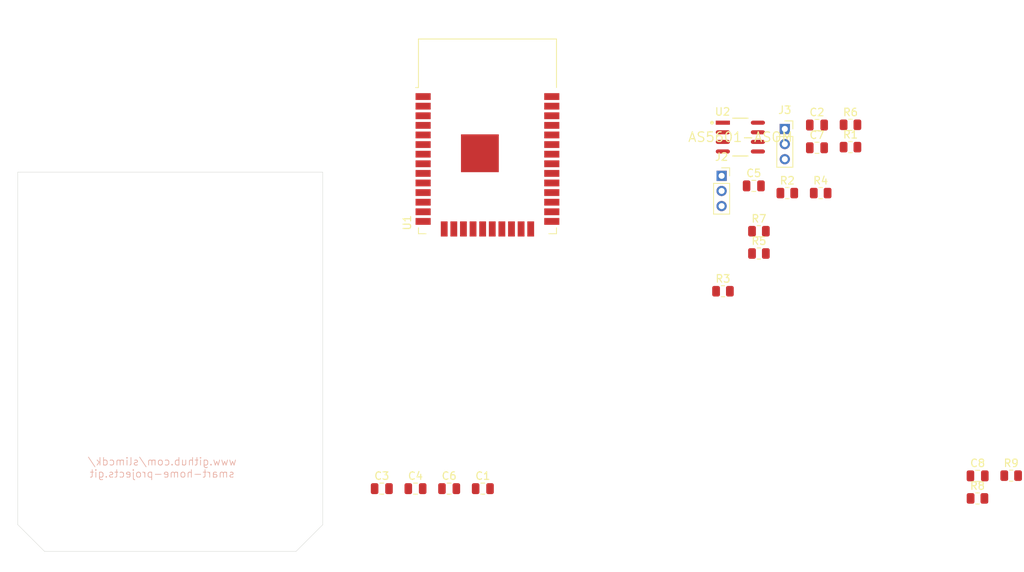
<source format=kicad_pcb>
(kicad_pcb (version 20171130) (host pcbnew 5.1.9-73d0e3b20d~88~ubuntu20.10.1)

  (general
    (thickness 1.6)
    (drawings 7)
    (tracks 0)
    (zones 0)
    (modules 21)
    (nets 57)
  )

  (page A4)
  (layers
    (0 F.Cu signal)
    (31 B.Cu signal)
    (32 B.Adhes user)
    (33 F.Adhes user)
    (34 B.Paste user)
    (35 F.Paste user)
    (36 B.SilkS user)
    (37 F.SilkS user)
    (38 B.Mask user)
    (39 F.Mask user hide)
    (40 Dwgs.User user)
    (41 Cmts.User user)
    (42 Eco1.User user)
    (43 Eco2.User user)
    (44 Edge.Cuts user)
    (45 Margin user)
    (46 B.CrtYd user)
    (47 F.CrtYd user)
    (48 B.Fab user hide)
    (49 F.Fab user hide)
  )

  (setup
    (last_trace_width 0.25)
    (user_trace_width 0.5)
    (user_trace_width 1)
    (trace_clearance 0.2)
    (zone_clearance 0.508)
    (zone_45_only no)
    (trace_min 0.2)
    (via_size 0.8)
    (via_drill 0.4)
    (via_min_size 0.4)
    (via_min_drill 0.3)
    (uvia_size 0.3)
    (uvia_drill 0.1)
    (uvias_allowed no)
    (uvia_min_size 0.2)
    (uvia_min_drill 0.1)
    (edge_width 0.05)
    (segment_width 0.2)
    (pcb_text_width 0.3)
    (pcb_text_size 1.5 1.5)
    (mod_edge_width 0.12)
    (mod_text_size 1 1)
    (mod_text_width 0.15)
    (pad_size 1.524 1.524)
    (pad_drill 0.762)
    (pad_to_mask_clearance 0.051)
    (solder_mask_min_width 0.25)
    (aux_axis_origin 0 0)
    (grid_origin 60.825 52.325)
    (visible_elements FFFFFF7F)
    (pcbplotparams
      (layerselection 0x010fc_ffffffff)
      (usegerberextensions false)
      (usegerberattributes false)
      (usegerberadvancedattributes false)
      (creategerberjobfile false)
      (excludeedgelayer true)
      (linewidth 0.100000)
      (plotframeref false)
      (viasonmask false)
      (mode 1)
      (useauxorigin false)
      (hpglpennumber 1)
      (hpglpenspeed 20)
      (hpglpendiameter 15.000000)
      (psnegative false)
      (psa4output false)
      (plotreference true)
      (plotvalue true)
      (plotinvisibletext false)
      (padsonsilk false)
      (subtractmaskfromsilk false)
      (outputformat 1)
      (mirror false)
      (drillshape 1)
      (scaleselection 1)
      (outputdirectory ""))
  )

  (net 0 "")
  (net 1 GND)
  (net 2 +3V3)
  (net 3 /I2C_SDA)
  (net 4 "Net-(R5-Pad1)")
  (net 5 /I2C_SCL)
  (net 6 "Net-(U2-Pad3)")
  (net 7 "Net-(C3-Pad1)")
  (net 8 VBUS)
  (net 9 "Net-(C3-Pad2)")
  (net 10 "Net-(C4-Pad2)")
  (net 11 "Net-(C4-Pad1)")
  (net 12 /CONN_AUX1)
  (net 13 /CONN_AUX2)
  (net 14 "Net-(R1-Pad1)")
  (net 15 "Net-(R3-Pad1)")
  (net 16 "Net-(R7-Pad1)")
  (net 17 "Net-(U1-Pad16)")
  (net 18 "Net-(U1-Pad17)")
  (net 19 "Net-(U1-Pad18)")
  (net 20 "Net-(U1-Pad19)")
  (net 21 "Net-(U1-Pad20)")
  (net 22 "Net-(U1-Pad21)")
  (net 23 "Net-(U1-Pad22)")
  (net 24 "Net-(U1-Pad23)")
  (net 25 "Net-(U1-Pad24)")
  (net 26 "Net-(U1-Pad3)")
  (net 27 "Net-(U1-Pad4)")
  (net 28 "Net-(U1-Pad5)")
  (net 29 "Net-(U1-Pad6)")
  (net 30 "Net-(U1-Pad7)")
  (net 31 "Net-(U1-Pad8)")
  (net 32 "Net-(U1-Pad9)")
  (net 33 "Net-(U1-Pad10)")
  (net 34 "Net-(U1-Pad11)")
  (net 35 "Net-(U1-Pad12)")
  (net 36 "Net-(U1-Pad13)")
  (net 37 "Net-(U1-Pad14)")
  (net 38 "Net-(U1-Pad37)")
  (net 39 "Net-(U1-Pad36)")
  (net 40 "Net-(U1-Pad35)")
  (net 41 "Net-(U1-Pad34)")
  (net 42 "Net-(U1-Pad33)")
  (net 43 "Net-(U1-Pad32)")
  (net 44 "Net-(U1-Pad31)")
  (net 45 "Net-(U1-Pad30)")
  (net 46 "Net-(U1-Pad29)")
  (net 47 "Net-(U1-Pad28)")
  (net 48 "Net-(U1-Pad27)")
  (net 49 "Net-(U1-Pad25)")
  (net 50 /AS5601_ABI_B)
  (net 51 /AS5601_ABI_A)
  (net 52 "Net-(R8-Pad1)")
  (net 53 "Net-(R9-Pad1)")
  (net 54 "Net-(U1-Pad1)")
  (net 55 "Net-(U1-Pad26)")
  (net 56 "Net-(U1-Pad2)")

  (net_class Default "This is the default net class."
    (clearance 0.2)
    (trace_width 0.25)
    (via_dia 0.8)
    (via_drill 0.4)
    (uvia_dia 0.3)
    (uvia_drill 0.1)
    (add_net +3V3)
    (add_net /AS5601_ABI_A)
    (add_net /AS5601_ABI_B)
    (add_net /CONN_AUX1)
    (add_net /CONN_AUX2)
    (add_net /I2C_SCL)
    (add_net /I2C_SDA)
    (add_net GND)
    (add_net "Net-(C3-Pad1)")
    (add_net "Net-(C3-Pad2)")
    (add_net "Net-(C4-Pad1)")
    (add_net "Net-(C4-Pad2)")
    (add_net "Net-(R1-Pad1)")
    (add_net "Net-(R3-Pad1)")
    (add_net "Net-(R5-Pad1)")
    (add_net "Net-(R7-Pad1)")
    (add_net "Net-(R8-Pad1)")
    (add_net "Net-(R9-Pad1)")
    (add_net "Net-(U1-Pad1)")
    (add_net "Net-(U1-Pad10)")
    (add_net "Net-(U1-Pad11)")
    (add_net "Net-(U1-Pad12)")
    (add_net "Net-(U1-Pad13)")
    (add_net "Net-(U1-Pad14)")
    (add_net "Net-(U1-Pad16)")
    (add_net "Net-(U1-Pad17)")
    (add_net "Net-(U1-Pad18)")
    (add_net "Net-(U1-Pad19)")
    (add_net "Net-(U1-Pad2)")
    (add_net "Net-(U1-Pad20)")
    (add_net "Net-(U1-Pad21)")
    (add_net "Net-(U1-Pad22)")
    (add_net "Net-(U1-Pad23)")
    (add_net "Net-(U1-Pad24)")
    (add_net "Net-(U1-Pad25)")
    (add_net "Net-(U1-Pad26)")
    (add_net "Net-(U1-Pad27)")
    (add_net "Net-(U1-Pad28)")
    (add_net "Net-(U1-Pad29)")
    (add_net "Net-(U1-Pad3)")
    (add_net "Net-(U1-Pad30)")
    (add_net "Net-(U1-Pad31)")
    (add_net "Net-(U1-Pad32)")
    (add_net "Net-(U1-Pad33)")
    (add_net "Net-(U1-Pad34)")
    (add_net "Net-(U1-Pad35)")
    (add_net "Net-(U1-Pad36)")
    (add_net "Net-(U1-Pad37)")
    (add_net "Net-(U1-Pad4)")
    (add_net "Net-(U1-Pad5)")
    (add_net "Net-(U1-Pad6)")
    (add_net "Net-(U1-Pad7)")
    (add_net "Net-(U1-Pad8)")
    (add_net "Net-(U1-Pad9)")
    (add_net "Net-(U2-Pad3)")
    (add_net VBUS)
  )

  (module RF_Module:ESP32-WROOM-32 (layer F.Cu) (tedit 5B5B4654) (tstamp 6082284F)
    (at 102.735 20.575)
    (descr "Single 2.4 GHz Wi-Fi and Bluetooth combo chip https://www.espressif.com/sites/default/files/documentation/esp32-wroom-32_datasheet_en.pdf")
    (tags "Single 2.4 GHz Wi-Fi and Bluetooth combo  chip")
    (path /608B742B)
    (attr smd)
    (fp_text reference U1 (at -10.61 8.43 90) (layer F.SilkS)
      (effects (font (size 1 1) (thickness 0.15)))
    )
    (fp_text value ESP32-WROOM-32 (at 0 11.5) (layer F.Fab)
      (effects (font (size 1 1) (thickness 0.15)))
    )
    (fp_text user "5 mm" (at 7.8 -19.075 90) (layer Cmts.User)
      (effects (font (size 0.5 0.5) (thickness 0.1)))
    )
    (fp_text user "5 mm" (at -11.2 -14.375) (layer Cmts.User)
      (effects (font (size 0.5 0.5) (thickness 0.1)))
    )
    (fp_text user "5 mm" (at 11.8 -14.375) (layer Cmts.User)
      (effects (font (size 0.5 0.5) (thickness 0.1)))
    )
    (fp_text user Antenna (at 0 -13) (layer Cmts.User)
      (effects (font (size 1 1) (thickness 0.15)))
    )
    (fp_text user "KEEP-OUT ZONE" (at 0 -19) (layer Cmts.User)
      (effects (font (size 1 1) (thickness 0.15)))
    )
    (fp_text user %R (at 0 0) (layer F.Fab)
      (effects (font (size 1 1) (thickness 0.15)))
    )
    (fp_line (start -14 -9.97) (end -14 -20.75) (layer Dwgs.User) (width 0.1))
    (fp_line (start 9 9.76) (end 9 -15.745) (layer F.Fab) (width 0.1))
    (fp_line (start -9 9.76) (end 9 9.76) (layer F.Fab) (width 0.1))
    (fp_line (start -9 -15.745) (end -9 -10.02) (layer F.Fab) (width 0.1))
    (fp_line (start -9 -15.745) (end 9 -15.745) (layer F.Fab) (width 0.1))
    (fp_line (start -9.75 10.5) (end -9.75 -9.72) (layer F.CrtYd) (width 0.05))
    (fp_line (start -9.75 10.5) (end 9.75 10.5) (layer F.CrtYd) (width 0.05))
    (fp_line (start 9.75 -9.72) (end 9.75 10.5) (layer F.CrtYd) (width 0.05))
    (fp_line (start -14.25 -21) (end 14.25 -21) (layer F.CrtYd) (width 0.05))
    (fp_line (start -9 -9.02) (end -9 9.76) (layer F.Fab) (width 0.1))
    (fp_line (start -8.5 -9.52) (end -9 -10.02) (layer F.Fab) (width 0.1))
    (fp_line (start -9 -9.02) (end -8.5 -9.52) (layer F.Fab) (width 0.1))
    (fp_line (start 14 -9.97) (end -14 -9.97) (layer Dwgs.User) (width 0.1))
    (fp_line (start 14 -9.97) (end 14 -20.75) (layer Dwgs.User) (width 0.1))
    (fp_line (start 14 -20.75) (end -14 -20.75) (layer Dwgs.User) (width 0.1))
    (fp_line (start -14.25 -21) (end -14.25 -9.72) (layer F.CrtYd) (width 0.05))
    (fp_line (start 14.25 -21) (end 14.25 -9.72) (layer F.CrtYd) (width 0.05))
    (fp_line (start -14.25 -9.72) (end -9.75 -9.72) (layer F.CrtYd) (width 0.05))
    (fp_line (start 9.75 -9.72) (end 14.25 -9.72) (layer F.CrtYd) (width 0.05))
    (fp_line (start -12.525 -20.75) (end -14 -19.66) (layer Dwgs.User) (width 0.1))
    (fp_line (start -10.525 -20.75) (end -14 -18.045) (layer Dwgs.User) (width 0.1))
    (fp_line (start -8.525 -20.75) (end -14 -16.43) (layer Dwgs.User) (width 0.1))
    (fp_line (start -6.525 -20.75) (end -14 -14.815) (layer Dwgs.User) (width 0.1))
    (fp_line (start -4.525 -20.75) (end -14 -13.2) (layer Dwgs.User) (width 0.1))
    (fp_line (start -2.525 -20.75) (end -14 -11.585) (layer Dwgs.User) (width 0.1))
    (fp_line (start -0.525 -20.75) (end -14 -9.97) (layer Dwgs.User) (width 0.1))
    (fp_line (start 1.475 -20.75) (end -12 -9.97) (layer Dwgs.User) (width 0.1))
    (fp_line (start 3.475 -20.75) (end -10 -9.97) (layer Dwgs.User) (width 0.1))
    (fp_line (start -8 -9.97) (end 5.475 -20.75) (layer Dwgs.User) (width 0.1))
    (fp_line (start 7.475 -20.75) (end -6 -9.97) (layer Dwgs.User) (width 0.1))
    (fp_line (start 9.475 -20.75) (end -4 -9.97) (layer Dwgs.User) (width 0.1))
    (fp_line (start 11.475 -20.75) (end -2 -9.97) (layer Dwgs.User) (width 0.1))
    (fp_line (start 13.475 -20.75) (end 0 -9.97) (layer Dwgs.User) (width 0.1))
    (fp_line (start 14 -19.66) (end 2 -9.97) (layer Dwgs.User) (width 0.1))
    (fp_line (start 14 -18.045) (end 4 -9.97) (layer Dwgs.User) (width 0.1))
    (fp_line (start 14 -16.43) (end 6 -9.97) (layer Dwgs.User) (width 0.1))
    (fp_line (start 14 -14.815) (end 8 -9.97) (layer Dwgs.User) (width 0.1))
    (fp_line (start 14 -13.2) (end 10 -9.97) (layer Dwgs.User) (width 0.1))
    (fp_line (start 14 -11.585) (end 12 -9.97) (layer Dwgs.User) (width 0.1))
    (fp_line (start 9.2 -13.875) (end 13.8 -13.875) (layer Cmts.User) (width 0.1))
    (fp_line (start 13.8 -13.875) (end 13.6 -14.075) (layer Cmts.User) (width 0.1))
    (fp_line (start 13.8 -13.875) (end 13.6 -13.675) (layer Cmts.User) (width 0.1))
    (fp_line (start 9.2 -13.875) (end 9.4 -14.075) (layer Cmts.User) (width 0.1))
    (fp_line (start 9.2 -13.875) (end 9.4 -13.675) (layer Cmts.User) (width 0.1))
    (fp_line (start -13.8 -13.875) (end -13.6 -14.075) (layer Cmts.User) (width 0.1))
    (fp_line (start -13.8 -13.875) (end -13.6 -13.675) (layer Cmts.User) (width 0.1))
    (fp_line (start -9.2 -13.875) (end -9.4 -13.675) (layer Cmts.User) (width 0.1))
    (fp_line (start -13.8 -13.875) (end -9.2 -13.875) (layer Cmts.User) (width 0.1))
    (fp_line (start -9.2 -13.875) (end -9.4 -14.075) (layer Cmts.User) (width 0.1))
    (fp_line (start 8.4 -16) (end 8.2 -16.2) (layer Cmts.User) (width 0.1))
    (fp_line (start 8.4 -16) (end 8.6 -16.2) (layer Cmts.User) (width 0.1))
    (fp_line (start 8.4 -20.6) (end 8.6 -20.4) (layer Cmts.User) (width 0.1))
    (fp_line (start 8.4 -16) (end 8.4 -20.6) (layer Cmts.User) (width 0.1))
    (fp_line (start 8.4 -20.6) (end 8.2 -20.4) (layer Cmts.User) (width 0.1))
    (fp_line (start -9.12 9.1) (end -9.12 9.88) (layer F.SilkS) (width 0.12))
    (fp_line (start -9.12 9.88) (end -8.12 9.88) (layer F.SilkS) (width 0.12))
    (fp_line (start 9.12 9.1) (end 9.12 9.88) (layer F.SilkS) (width 0.12))
    (fp_line (start 9.12 9.88) (end 8.12 9.88) (layer F.SilkS) (width 0.12))
    (fp_line (start -9.12 -15.865) (end 9.12 -15.865) (layer F.SilkS) (width 0.12))
    (fp_line (start 9.12 -15.865) (end 9.12 -9.445) (layer F.SilkS) (width 0.12))
    (fp_line (start -9.12 -15.865) (end -9.12 -9.445) (layer F.SilkS) (width 0.12))
    (fp_line (start -9.12 -9.445) (end -9.5 -9.445) (layer F.SilkS) (width 0.12))
    (pad 38 smd rect (at 8.5 -8.255) (size 2 0.9) (layers F.Cu F.Paste F.Mask)
      (net 54 "Net-(U1-Pad1)"))
    (pad 37 smd rect (at 8.5 -6.985) (size 2 0.9) (layers F.Cu F.Paste F.Mask)
      (net 38 "Net-(U1-Pad37)"))
    (pad 36 smd rect (at 8.5 -5.715) (size 2 0.9) (layers F.Cu F.Paste F.Mask)
      (net 39 "Net-(U1-Pad36)"))
    (pad 35 smd rect (at 8.5 -4.445) (size 2 0.9) (layers F.Cu F.Paste F.Mask)
      (net 40 "Net-(U1-Pad35)"))
    (pad 34 smd rect (at 8.5 -3.175) (size 2 0.9) (layers F.Cu F.Paste F.Mask)
      (net 41 "Net-(U1-Pad34)"))
    (pad 33 smd rect (at 8.5 -1.905) (size 2 0.9) (layers F.Cu F.Paste F.Mask)
      (net 42 "Net-(U1-Pad33)"))
    (pad 32 smd rect (at 8.5 -0.635) (size 2 0.9) (layers F.Cu F.Paste F.Mask)
      (net 43 "Net-(U1-Pad32)"))
    (pad 31 smd rect (at 8.5 0.635) (size 2 0.9) (layers F.Cu F.Paste F.Mask)
      (net 44 "Net-(U1-Pad31)"))
    (pad 30 smd rect (at 8.5 1.905) (size 2 0.9) (layers F.Cu F.Paste F.Mask)
      (net 45 "Net-(U1-Pad30)"))
    (pad 29 smd rect (at 8.5 3.175) (size 2 0.9) (layers F.Cu F.Paste F.Mask)
      (net 46 "Net-(U1-Pad29)"))
    (pad 28 smd rect (at 8.5 4.445) (size 2 0.9) (layers F.Cu F.Paste F.Mask)
      (net 47 "Net-(U1-Pad28)"))
    (pad 27 smd rect (at 8.5 5.715) (size 2 0.9) (layers F.Cu F.Paste F.Mask)
      (net 48 "Net-(U1-Pad27)"))
    (pad 26 smd rect (at 8.5 6.985) (size 2 0.9) (layers F.Cu F.Paste F.Mask)
      (net 55 "Net-(U1-Pad26)"))
    (pad 25 smd rect (at 8.5 8.255) (size 2 0.9) (layers F.Cu F.Paste F.Mask)
      (net 49 "Net-(U1-Pad25)"))
    (pad 24 smd rect (at 5.715 9.255 90) (size 2 0.9) (layers F.Cu F.Paste F.Mask)
      (net 25 "Net-(U1-Pad24)"))
    (pad 23 smd rect (at 4.445 9.255 90) (size 2 0.9) (layers F.Cu F.Paste F.Mask)
      (net 24 "Net-(U1-Pad23)"))
    (pad 22 smd rect (at 3.175 9.255 90) (size 2 0.9) (layers F.Cu F.Paste F.Mask)
      (net 23 "Net-(U1-Pad22)"))
    (pad 21 smd rect (at 1.905 9.255 90) (size 2 0.9) (layers F.Cu F.Paste F.Mask)
      (net 22 "Net-(U1-Pad21)"))
    (pad 20 smd rect (at 0.635 9.255 90) (size 2 0.9) (layers F.Cu F.Paste F.Mask)
      (net 21 "Net-(U1-Pad20)"))
    (pad 19 smd rect (at -0.635 9.255 90) (size 2 0.9) (layers F.Cu F.Paste F.Mask)
      (net 20 "Net-(U1-Pad19)"))
    (pad 18 smd rect (at -1.905 9.255 90) (size 2 0.9) (layers F.Cu F.Paste F.Mask)
      (net 19 "Net-(U1-Pad18)"))
    (pad 17 smd rect (at -3.175 9.255 90) (size 2 0.9) (layers F.Cu F.Paste F.Mask)
      (net 18 "Net-(U1-Pad17)"))
    (pad 16 smd rect (at -4.445 9.255 90) (size 2 0.9) (layers F.Cu F.Paste F.Mask)
      (net 17 "Net-(U1-Pad16)"))
    (pad 15 smd rect (at -5.715 9.255 90) (size 2 0.9) (layers F.Cu F.Paste F.Mask)
      (net 54 "Net-(U1-Pad1)"))
    (pad 14 smd rect (at -8.5 8.255) (size 2 0.9) (layers F.Cu F.Paste F.Mask)
      (net 37 "Net-(U1-Pad14)"))
    (pad 13 smd rect (at -8.5 6.985) (size 2 0.9) (layers F.Cu F.Paste F.Mask)
      (net 36 "Net-(U1-Pad13)"))
    (pad 12 smd rect (at -8.5 5.715) (size 2 0.9) (layers F.Cu F.Paste F.Mask)
      (net 35 "Net-(U1-Pad12)"))
    (pad 11 smd rect (at -8.5 4.445) (size 2 0.9) (layers F.Cu F.Paste F.Mask)
      (net 34 "Net-(U1-Pad11)"))
    (pad 10 smd rect (at -8.5 3.175) (size 2 0.9) (layers F.Cu F.Paste F.Mask)
      (net 33 "Net-(U1-Pad10)"))
    (pad 9 smd rect (at -8.5 1.905) (size 2 0.9) (layers F.Cu F.Paste F.Mask)
      (net 32 "Net-(U1-Pad9)"))
    (pad 8 smd rect (at -8.5 0.635) (size 2 0.9) (layers F.Cu F.Paste F.Mask)
      (net 31 "Net-(U1-Pad8)"))
    (pad 7 smd rect (at -8.5 -0.635) (size 2 0.9) (layers F.Cu F.Paste F.Mask)
      (net 30 "Net-(U1-Pad7)"))
    (pad 6 smd rect (at -8.5 -1.905) (size 2 0.9) (layers F.Cu F.Paste F.Mask)
      (net 29 "Net-(U1-Pad6)"))
    (pad 5 smd rect (at -8.5 -3.175) (size 2 0.9) (layers F.Cu F.Paste F.Mask)
      (net 28 "Net-(U1-Pad5)"))
    (pad 4 smd rect (at -8.5 -4.445) (size 2 0.9) (layers F.Cu F.Paste F.Mask)
      (net 27 "Net-(U1-Pad4)"))
    (pad 3 smd rect (at -8.5 -5.715) (size 2 0.9) (layers F.Cu F.Paste F.Mask)
      (net 26 "Net-(U1-Pad3)"))
    (pad 2 smd rect (at -8.5 -6.985) (size 2 0.9) (layers F.Cu F.Paste F.Mask)
      (net 56 "Net-(U1-Pad2)"))
    (pad 1 smd rect (at -8.5 -8.255) (size 2 0.9) (layers F.Cu F.Paste F.Mask)
      (net 54 "Net-(U1-Pad1)"))
    (pad 39 smd rect (at -1 -0.755) (size 5 5) (layers F.Cu F.Paste F.Mask)
      (net 54 "Net-(U1-Pad1)"))
    (model ${KISYS3DMOD}/RF_Module.3dshapes/ESP32-WROOM-32.wrl
      (at (xyz 0 0 0))
      (scale (xyz 1 1 1))
      (rotate (xyz 0 0 0))
    )
  )

  (module Resistor_SMD:R_0805_2012Metric (layer F.Cu) (tedit 5F68FEEE) (tstamp 608219CF)
    (at 171.935 62.455)
    (descr "Resistor SMD 0805 (2012 Metric), square (rectangular) end terminal, IPC_7351 nominal, (Body size source: IPC-SM-782 page 72, https://www.pcb-3d.com/wordpress/wp-content/uploads/ipc-sm-782a_amendment_1_and_2.pdf), generated with kicad-footprint-generator")
    (tags resistor)
    (path /60982100)
    (attr smd)
    (fp_text reference R9 (at 0 -1.65) (layer F.SilkS)
      (effects (font (size 1 1) (thickness 0.15)))
    )
    (fp_text value ??R (at 0 1.65) (layer F.Fab)
      (effects (font (size 1 1) (thickness 0.15)))
    )
    (fp_text user %R (at 0 0) (layer F.Fab)
      (effects (font (size 0.5 0.5) (thickness 0.08)))
    )
    (fp_line (start -1 0.625) (end -1 -0.625) (layer F.Fab) (width 0.1))
    (fp_line (start -1 -0.625) (end 1 -0.625) (layer F.Fab) (width 0.1))
    (fp_line (start 1 -0.625) (end 1 0.625) (layer F.Fab) (width 0.1))
    (fp_line (start 1 0.625) (end -1 0.625) (layer F.Fab) (width 0.1))
    (fp_line (start -0.227064 -0.735) (end 0.227064 -0.735) (layer F.SilkS) (width 0.12))
    (fp_line (start -0.227064 0.735) (end 0.227064 0.735) (layer F.SilkS) (width 0.12))
    (fp_line (start -1.68 0.95) (end -1.68 -0.95) (layer F.CrtYd) (width 0.05))
    (fp_line (start -1.68 -0.95) (end 1.68 -0.95) (layer F.CrtYd) (width 0.05))
    (fp_line (start 1.68 -0.95) (end 1.68 0.95) (layer F.CrtYd) (width 0.05))
    (fp_line (start 1.68 0.95) (end -1.68 0.95) (layer F.CrtYd) (width 0.05))
    (pad 2 smd roundrect (at 0.9125 0) (size 1.025 1.4) (layers F.Cu F.Paste F.Mask) (roundrect_rratio 0.243902)
      (net 1 GND))
    (pad 1 smd roundrect (at -0.9125 0) (size 1.025 1.4) (layers F.Cu F.Paste F.Mask) (roundrect_rratio 0.243902)
      (net 53 "Net-(R9-Pad1)"))
    (model ${KISYS3DMOD}/Resistor_SMD.3dshapes/R_0805_2012Metric.wrl
      (at (xyz 0 0 0))
      (scale (xyz 1 1 1))
      (rotate (xyz 0 0 0))
    )
  )

  (module Resistor_SMD:R_0805_2012Metric (layer F.Cu) (tedit 5F68FEEE) (tstamp 608219BE)
    (at 167.485 65.465)
    (descr "Resistor SMD 0805 (2012 Metric), square (rectangular) end terminal, IPC_7351 nominal, (Body size source: IPC-SM-782 page 72, https://www.pcb-3d.com/wordpress/wp-content/uploads/ipc-sm-782a_amendment_1_and_2.pdf), generated with kicad-footprint-generator")
    (tags resistor)
    (path /60984731)
    (attr smd)
    (fp_text reference R8 (at 0 -1.65) (layer F.SilkS)
      (effects (font (size 1 1) (thickness 0.15)))
    )
    (fp_text value ??R (at 0 1.65) (layer F.Fab)
      (effects (font (size 1 1) (thickness 0.15)))
    )
    (fp_text user %R (at 0 0) (layer F.Fab)
      (effects (font (size 0.5 0.5) (thickness 0.08)))
    )
    (fp_line (start -1 0.625) (end -1 -0.625) (layer F.Fab) (width 0.1))
    (fp_line (start -1 -0.625) (end 1 -0.625) (layer F.Fab) (width 0.1))
    (fp_line (start 1 -0.625) (end 1 0.625) (layer F.Fab) (width 0.1))
    (fp_line (start 1 0.625) (end -1 0.625) (layer F.Fab) (width 0.1))
    (fp_line (start -0.227064 -0.735) (end 0.227064 -0.735) (layer F.SilkS) (width 0.12))
    (fp_line (start -0.227064 0.735) (end 0.227064 0.735) (layer F.SilkS) (width 0.12))
    (fp_line (start -1.68 0.95) (end -1.68 -0.95) (layer F.CrtYd) (width 0.05))
    (fp_line (start -1.68 -0.95) (end 1.68 -0.95) (layer F.CrtYd) (width 0.05))
    (fp_line (start 1.68 -0.95) (end 1.68 0.95) (layer F.CrtYd) (width 0.05))
    (fp_line (start 1.68 0.95) (end -1.68 0.95) (layer F.CrtYd) (width 0.05))
    (pad 2 smd roundrect (at 0.9125 0) (size 1.025 1.4) (layers F.Cu F.Paste F.Mask) (roundrect_rratio 0.243902)
      (net 1 GND))
    (pad 1 smd roundrect (at -0.9125 0) (size 1.025 1.4) (layers F.Cu F.Paste F.Mask) (roundrect_rratio 0.243902)
      (net 52 "Net-(R8-Pad1)"))
    (model ${KISYS3DMOD}/Resistor_SMD.3dshapes/R_0805_2012Metric.wrl
      (at (xyz 0 0 0))
      (scale (xyz 1 1 1))
      (rotate (xyz 0 0 0))
    )
  )

  (module Capacitor_SMD:C_0805_2012Metric (layer F.Cu) (tedit 5F68FEEE) (tstamp 60821875)
    (at 167.505 62.485)
    (descr "Capacitor SMD 0805 (2012 Metric), square (rectangular) end terminal, IPC_7351 nominal, (Body size source: IPC-SM-782 page 76, https://www.pcb-3d.com/wordpress/wp-content/uploads/ipc-sm-782a_amendment_1_and_2.pdf, https://docs.google.com/spreadsheets/d/1BsfQQcO9C6DZCsRaXUlFlo91Tg2WpOkGARC1WS5S8t0/edit?usp=sharing), generated with kicad-footprint-generator")
    (tags capacitor)
    (path /60677E58)
    (attr smd)
    (fp_text reference C8 (at 0 -1.68) (layer F.SilkS)
      (effects (font (size 1 1) (thickness 0.15)))
    )
    (fp_text value 100µF (at 0 1.68) (layer F.Fab)
      (effects (font (size 1 1) (thickness 0.15)))
    )
    (fp_text user %R (at 0 0) (layer F.Fab)
      (effects (font (size 0.5 0.5) (thickness 0.08)))
    )
    (fp_line (start -1 0.625) (end -1 -0.625) (layer F.Fab) (width 0.1))
    (fp_line (start -1 -0.625) (end 1 -0.625) (layer F.Fab) (width 0.1))
    (fp_line (start 1 -0.625) (end 1 0.625) (layer F.Fab) (width 0.1))
    (fp_line (start 1 0.625) (end -1 0.625) (layer F.Fab) (width 0.1))
    (fp_line (start -0.261252 -0.735) (end 0.261252 -0.735) (layer F.SilkS) (width 0.12))
    (fp_line (start -0.261252 0.735) (end 0.261252 0.735) (layer F.SilkS) (width 0.12))
    (fp_line (start -1.7 0.98) (end -1.7 -0.98) (layer F.CrtYd) (width 0.05))
    (fp_line (start -1.7 -0.98) (end 1.7 -0.98) (layer F.CrtYd) (width 0.05))
    (fp_line (start 1.7 -0.98) (end 1.7 0.98) (layer F.CrtYd) (width 0.05))
    (fp_line (start 1.7 0.98) (end -1.7 0.98) (layer F.CrtYd) (width 0.05))
    (pad 2 smd roundrect (at 0.95 0) (size 1 1.45) (layers F.Cu F.Paste F.Mask) (roundrect_rratio 0.25)
      (net 1 GND))
    (pad 1 smd roundrect (at -0.95 0) (size 1 1.45) (layers F.Cu F.Paste F.Mask) (roundrect_rratio 0.25)
      (net 8 VBUS))
    (model ${KISYS3DMOD}/Capacitor_SMD.3dshapes/C_0805_2012Metric.wrl
      (at (xyz 0 0 0))
      (scale (xyz 1 1 1))
      (rotate (xyz 0 0 0))
    )
  )

  (module SHP_Deps:Taos-AS5601-ASOM-0-0-0 (layer F.Cu) (tedit 6044C15E) (tstamp 60598005)
    (at 136.1531 17.68)
    (path /60471DD0)
    (fp_text reference U2 (at -3.4531 -3.35) (layer F.SilkS)
      (effects (font (size 1 1) (thickness 0.15)) (justify left))
    )
    (fp_text value AS5601-ASOM (at 0 0) (layer F.SilkS)
      (effects (font (size 1.27 1.27) (thickness 0.15)))
    )
    (fp_line (start -2 2.5) (end -2 -2.5) (layer F.Fab) (width 0.15))
    (fp_line (start -2 -2.5) (end 2 -2.5) (layer F.Fab) (width 0.15))
    (fp_line (start 2 -2.5) (end 2 2.5) (layer F.Fab) (width 0.15))
    (fp_line (start 2 2.5) (end -2 2.5) (layer F.Fab) (width 0.15))
    (fp_circle (center -3.7531 -1.905) (end -3.6281 -1.905) (layer F.SilkS) (width 0.25))
    (fp_line (start -1.004034 -2.5) (end 1.004034 -2.5) (layer F.SilkS) (width 0.15))
    (fp_line (start -1.004034 2.5) (end 1.004034 2.5) (layer F.SilkS) (width 0.15))
    (fp_line (start 3.2781 -2.525) (end 3.2781 -2.525) (layer F.CrtYd) (width 0.15))
    (fp_line (start 3.2781 -2.525) (end -3.2781 -2.525) (layer F.CrtYd) (width 0.15))
    (fp_line (start -3.2781 -2.525) (end -3.2781 2.525) (layer F.CrtYd) (width 0.15))
    (fp_line (start -3.2781 2.525) (end 3.2781 2.525) (layer F.CrtYd) (width 0.15))
    (fp_line (start 3.2781 2.525) (end 3.2781 -2.525) (layer F.CrtYd) (width 0.15))
    (pad 1 smd rect (at -2.316067 -1.905) (size 1.874066 0.542132) (layers F.Cu F.Paste F.Mask)
      (net 2 +3V3))
    (pad 2 smd roundrect (at -2.316067 -0.635) (size 1.874066 0.542132) (layers F.Cu F.Paste F.Mask) (roundrect_rratio 0.5)
      (net 2 +3V3))
    (pad 3 smd roundrect (at -2.316067 0.635) (size 1.874066 0.542132) (layers F.Cu F.Paste F.Mask) (roundrect_rratio 0.5)
      (net 6 "Net-(U2-Pad3)"))
    (pad 4 smd roundrect (at -2.316067 1.905) (size 1.874066 0.542132) (layers F.Cu F.Paste F.Mask) (roundrect_rratio 0.5)
      (net 1 GND))
    (pad 5 smd roundrect (at 2.316067 1.905) (size 1.874066 0.542132) (layers F.Cu F.Paste F.Mask) (roundrect_rratio 0.5)
      (net 50 /AS5601_ABI_B))
    (pad 6 smd roundrect (at 2.316067 0.635) (size 1.874066 0.542132) (layers F.Cu F.Paste F.Mask) (roundrect_rratio 0.5)
      (net 3 /I2C_SDA))
    (pad 7 smd roundrect (at 2.316067 -0.635) (size 1.874066 0.542132) (layers F.Cu F.Paste F.Mask) (roundrect_rratio 0.5)
      (net 5 /I2C_SCL))
    (pad 8 smd roundrect (at 2.316067 -1.905) (size 1.874066 0.542132) (layers F.Cu F.Paste F.Mask) (roundrect_rratio 0.5)
      (net 51 /AS5601_ABI_A))
    (model ${SHP_MODELS}/IC_Taos_AS5601-ASOM.models/Taos_-_AS5601-ASOM.step
      (at (xyz 0 0 0))
      (scale (xyz 1 1 1))
      (rotate (xyz 0 0 0))
    )
  )

  (module Resistor_SMD:R_0805_2012Metric (layer F.Cu) (tedit 5F68FEEE) (tstamp 60597F91)
    (at 138.605 30.125)
    (descr "Resistor SMD 0805 (2012 Metric), square (rectangular) end terminal, IPC_7351 nominal, (Body size source: IPC-SM-782 page 72, https://www.pcb-3d.com/wordpress/wp-content/uploads/ipc-sm-782a_amendment_1_and_2.pdf), generated with kicad-footprint-generator")
    (tags resistor)
    (path /614810A5)
    (attr smd)
    (fp_text reference R7 (at 0 -1.65) (layer F.SilkS)
      (effects (font (size 1 1) (thickness 0.15)))
    )
    (fp_text value 10K (at 0 1.65) (layer F.Fab)
      (effects (font (size 1 1) (thickness 0.15)))
    )
    (fp_line (start 1.68 0.95) (end -1.68 0.95) (layer F.CrtYd) (width 0.05))
    (fp_line (start 1.68 -0.95) (end 1.68 0.95) (layer F.CrtYd) (width 0.05))
    (fp_line (start -1.68 -0.95) (end 1.68 -0.95) (layer F.CrtYd) (width 0.05))
    (fp_line (start -1.68 0.95) (end -1.68 -0.95) (layer F.CrtYd) (width 0.05))
    (fp_line (start -0.227064 0.735) (end 0.227064 0.735) (layer F.SilkS) (width 0.12))
    (fp_line (start -0.227064 -0.735) (end 0.227064 -0.735) (layer F.SilkS) (width 0.12))
    (fp_line (start 1 0.625) (end -1 0.625) (layer F.Fab) (width 0.1))
    (fp_line (start 1 -0.625) (end 1 0.625) (layer F.Fab) (width 0.1))
    (fp_line (start -1 -0.625) (end 1 -0.625) (layer F.Fab) (width 0.1))
    (fp_line (start -1 0.625) (end -1 -0.625) (layer F.Fab) (width 0.1))
    (fp_text user %R (at 0 0) (layer F.Fab)
      (effects (font (size 0.5 0.5) (thickness 0.08)))
    )
    (pad 2 smd roundrect (at 0.9125 0) (size 1.025 1.4) (layers F.Cu F.Paste F.Mask) (roundrect_rratio 0.243902)
      (net 2 +3V3))
    (pad 1 smd roundrect (at -0.9125 0) (size 1.025 1.4) (layers F.Cu F.Paste F.Mask) (roundrect_rratio 0.243902)
      (net 16 "Net-(R7-Pad1)"))
    (model ${KISYS3DMOD}/Resistor_SMD.3dshapes/R_0805_2012Metric.wrl
      (at (xyz 0 0 0))
      (scale (xyz 1 1 1))
      (rotate (xyz 0 0 0))
    )
  )

  (module Resistor_SMD:R_0805_2012Metric (layer F.Cu) (tedit 5F68FEEE) (tstamp 60597F80)
    (at 150.705 16.055)
    (descr "Resistor SMD 0805 (2012 Metric), square (rectangular) end terminal, IPC_7351 nominal, (Body size source: IPC-SM-782 page 72, https://www.pcb-3d.com/wordpress/wp-content/uploads/ipc-sm-782a_amendment_1_and_2.pdf), generated with kicad-footprint-generator")
    (tags resistor)
    (path /606229DE)
    (attr smd)
    (fp_text reference R6 (at 0 -1.65) (layer F.SilkS)
      (effects (font (size 1 1) (thickness 0.15)))
    )
    (fp_text value 40.2K (at 0 1.65) (layer F.Fab)
      (effects (font (size 1 1) (thickness 0.15)))
    )
    (fp_line (start 1.68 0.95) (end -1.68 0.95) (layer F.CrtYd) (width 0.05))
    (fp_line (start 1.68 -0.95) (end 1.68 0.95) (layer F.CrtYd) (width 0.05))
    (fp_line (start -1.68 -0.95) (end 1.68 -0.95) (layer F.CrtYd) (width 0.05))
    (fp_line (start -1.68 0.95) (end -1.68 -0.95) (layer F.CrtYd) (width 0.05))
    (fp_line (start -0.227064 0.735) (end 0.227064 0.735) (layer F.SilkS) (width 0.12))
    (fp_line (start -0.227064 -0.735) (end 0.227064 -0.735) (layer F.SilkS) (width 0.12))
    (fp_line (start 1 0.625) (end -1 0.625) (layer F.Fab) (width 0.1))
    (fp_line (start 1 -0.625) (end 1 0.625) (layer F.Fab) (width 0.1))
    (fp_line (start -1 -0.625) (end 1 -0.625) (layer F.Fab) (width 0.1))
    (fp_line (start -1 0.625) (end -1 -0.625) (layer F.Fab) (width 0.1))
    (fp_text user %R (at 0 0) (layer F.Fab)
      (effects (font (size 0.5 0.5) (thickness 0.08)))
    )
    (pad 2 smd roundrect (at 0.9125 0) (size 1.025 1.4) (layers F.Cu F.Paste F.Mask) (roundrect_rratio 0.243902)
      (net 4 "Net-(R5-Pad1)"))
    (pad 1 smd roundrect (at -0.9125 0) (size 1.025 1.4) (layers F.Cu F.Paste F.Mask) (roundrect_rratio 0.243902)
      (net 1 GND))
    (model ${KISYS3DMOD}/Resistor_SMD.3dshapes/R_0805_2012Metric.wrl
      (at (xyz 0 0 0))
      (scale (xyz 1 1 1))
      (rotate (xyz 0 0 0))
    )
  )

  (module Resistor_SMD:R_0805_2012Metric (layer F.Cu) (tedit 5F68FEEE) (tstamp 60597F6F)
    (at 138.605 33.075)
    (descr "Resistor SMD 0805 (2012 Metric), square (rectangular) end terminal, IPC_7351 nominal, (Body size source: IPC-SM-782 page 72, https://www.pcb-3d.com/wordpress/wp-content/uploads/ipc-sm-782a_amendment_1_and_2.pdf), generated with kicad-footprint-generator")
    (tags resistor)
    (path /606B438D)
    (attr smd)
    (fp_text reference R5 (at 0 -1.65) (layer F.SilkS)
      (effects (font (size 1 1) (thickness 0.15)))
    )
    (fp_text value 124K (at 0 1.65) (layer F.Fab)
      (effects (font (size 1 1) (thickness 0.15)))
    )
    (fp_line (start 1.68 0.95) (end -1.68 0.95) (layer F.CrtYd) (width 0.05))
    (fp_line (start 1.68 -0.95) (end 1.68 0.95) (layer F.CrtYd) (width 0.05))
    (fp_line (start -1.68 -0.95) (end 1.68 -0.95) (layer F.CrtYd) (width 0.05))
    (fp_line (start -1.68 0.95) (end -1.68 -0.95) (layer F.CrtYd) (width 0.05))
    (fp_line (start -0.227064 0.735) (end 0.227064 0.735) (layer F.SilkS) (width 0.12))
    (fp_line (start -0.227064 -0.735) (end 0.227064 -0.735) (layer F.SilkS) (width 0.12))
    (fp_line (start 1 0.625) (end -1 0.625) (layer F.Fab) (width 0.1))
    (fp_line (start 1 -0.625) (end 1 0.625) (layer F.Fab) (width 0.1))
    (fp_line (start -1 -0.625) (end 1 -0.625) (layer F.Fab) (width 0.1))
    (fp_line (start -1 0.625) (end -1 -0.625) (layer F.Fab) (width 0.1))
    (fp_text user %R (at 0 0) (layer F.Fab)
      (effects (font (size 0.5 0.5) (thickness 0.08)))
    )
    (pad 2 smd roundrect (at 0.9125 0) (size 1.025 1.4) (layers F.Cu F.Paste F.Mask) (roundrect_rratio 0.243902)
      (net 2 +3V3))
    (pad 1 smd roundrect (at -0.9125 0) (size 1.025 1.4) (layers F.Cu F.Paste F.Mask) (roundrect_rratio 0.243902)
      (net 4 "Net-(R5-Pad1)"))
    (model ${KISYS3DMOD}/Resistor_SMD.3dshapes/R_0805_2012Metric.wrl
      (at (xyz 0 0 0))
      (scale (xyz 1 1 1))
      (rotate (xyz 0 0 0))
    )
  )

  (module Resistor_SMD:R_0805_2012Metric (layer F.Cu) (tedit 5F68FEEE) (tstamp 60597F5E)
    (at 146.765 25.085)
    (descr "Resistor SMD 0805 (2012 Metric), square (rectangular) end terminal, IPC_7351 nominal, (Body size source: IPC-SM-782 page 72, https://www.pcb-3d.com/wordpress/wp-content/uploads/ipc-sm-782a_amendment_1_and_2.pdf), generated with kicad-footprint-generator")
    (tags resistor)
    (path /605ED9C8)
    (attr smd)
    (fp_text reference R4 (at 0 -1.65) (layer F.SilkS)
      (effects (font (size 1 1) (thickness 0.15)))
    )
    (fp_text value 68.1K (at 0 1.65) (layer F.Fab)
      (effects (font (size 1 1) (thickness 0.15)))
    )
    (fp_line (start 1.68 0.95) (end -1.68 0.95) (layer F.CrtYd) (width 0.05))
    (fp_line (start 1.68 -0.95) (end 1.68 0.95) (layer F.CrtYd) (width 0.05))
    (fp_line (start -1.68 -0.95) (end 1.68 -0.95) (layer F.CrtYd) (width 0.05))
    (fp_line (start -1.68 0.95) (end -1.68 -0.95) (layer F.CrtYd) (width 0.05))
    (fp_line (start -0.227064 0.735) (end 0.227064 0.735) (layer F.SilkS) (width 0.12))
    (fp_line (start -0.227064 -0.735) (end 0.227064 -0.735) (layer F.SilkS) (width 0.12))
    (fp_line (start 1 0.625) (end -1 0.625) (layer F.Fab) (width 0.1))
    (fp_line (start 1 -0.625) (end 1 0.625) (layer F.Fab) (width 0.1))
    (fp_line (start -1 -0.625) (end 1 -0.625) (layer F.Fab) (width 0.1))
    (fp_line (start -1 0.625) (end -1 -0.625) (layer F.Fab) (width 0.1))
    (fp_text user %R (at 0 0) (layer F.Fab)
      (effects (font (size 0.5 0.5) (thickness 0.08)))
    )
    (pad 2 smd roundrect (at 0.9125 0) (size 1.025 1.4) (layers F.Cu F.Paste F.Mask) (roundrect_rratio 0.243902)
      (net 11 "Net-(C4-Pad1)"))
    (pad 1 smd roundrect (at -0.9125 0) (size 1.025 1.4) (layers F.Cu F.Paste F.Mask) (roundrect_rratio 0.243902)
      (net 1 GND))
    (model ${KISYS3DMOD}/Resistor_SMD.3dshapes/R_0805_2012Metric.wrl
      (at (xyz 0 0 0))
      (scale (xyz 1 1 1))
      (rotate (xyz 0 0 0))
    )
  )

  (module Resistor_SMD:R_0805_2012Metric (layer F.Cu) (tedit 5F68FEEE) (tstamp 60597F4D)
    (at 133.855 38.065)
    (descr "Resistor SMD 0805 (2012 Metric), square (rectangular) end terminal, IPC_7351 nominal, (Body size source: IPC-SM-782 page 72, https://www.pcb-3d.com/wordpress/wp-content/uploads/ipc-sm-782a_amendment_1_and_2.pdf), generated with kicad-footprint-generator")
    (tags resistor)
    (path /605E5F26)
    (attr smd)
    (fp_text reference R3 (at 0 -1.65) (layer F.SilkS)
      (effects (font (size 1 1) (thickness 0.15)))
    )
    (fp_text value 200K (at 0 1.65) (layer F.Fab)
      (effects (font (size 1 1) (thickness 0.15)))
    )
    (fp_line (start 1.68 0.95) (end -1.68 0.95) (layer F.CrtYd) (width 0.05))
    (fp_line (start 1.68 -0.95) (end 1.68 0.95) (layer F.CrtYd) (width 0.05))
    (fp_line (start -1.68 -0.95) (end 1.68 -0.95) (layer F.CrtYd) (width 0.05))
    (fp_line (start -1.68 0.95) (end -1.68 -0.95) (layer F.CrtYd) (width 0.05))
    (fp_line (start -0.227064 0.735) (end 0.227064 0.735) (layer F.SilkS) (width 0.12))
    (fp_line (start -0.227064 -0.735) (end 0.227064 -0.735) (layer F.SilkS) (width 0.12))
    (fp_line (start 1 0.625) (end -1 0.625) (layer F.Fab) (width 0.1))
    (fp_line (start 1 -0.625) (end 1 0.625) (layer F.Fab) (width 0.1))
    (fp_line (start -1 -0.625) (end 1 -0.625) (layer F.Fab) (width 0.1))
    (fp_line (start -1 0.625) (end -1 -0.625) (layer F.Fab) (width 0.1))
    (fp_text user %R (at 0 0) (layer F.Fab)
      (effects (font (size 0.5 0.5) (thickness 0.08)))
    )
    (pad 2 smd roundrect (at 0.9125 0) (size 1.025 1.4) (layers F.Cu F.Paste F.Mask) (roundrect_rratio 0.243902)
      (net 1 GND))
    (pad 1 smd roundrect (at -0.9125 0) (size 1.025 1.4) (layers F.Cu F.Paste F.Mask) (roundrect_rratio 0.243902)
      (net 15 "Net-(R3-Pad1)"))
    (model ${KISYS3DMOD}/Resistor_SMD.3dshapes/R_0805_2012Metric.wrl
      (at (xyz 0 0 0))
      (scale (xyz 1 1 1))
      (rotate (xyz 0 0 0))
    )
  )

  (module Resistor_SMD:R_0805_2012Metric (layer F.Cu) (tedit 5F68FEEE) (tstamp 60597F3C)
    (at 142.355 25.085)
    (descr "Resistor SMD 0805 (2012 Metric), square (rectangular) end terminal, IPC_7351 nominal, (Body size source: IPC-SM-782 page 72, https://www.pcb-3d.com/wordpress/wp-content/uploads/ipc-sm-782a_amendment_1_and_2.pdf), generated with kicad-footprint-generator")
    (tags resistor)
    (path /609A1254)
    (attr smd)
    (fp_text reference R2 (at 0 -1.65) (layer F.SilkS)
      (effects (font (size 1 1) (thickness 0.15)))
    )
    (fp_text value 24.9K (at 0 1.65) (layer F.Fab)
      (effects (font (size 1 1) (thickness 0.15)))
    )
    (fp_line (start 1.68 0.95) (end -1.68 0.95) (layer F.CrtYd) (width 0.05))
    (fp_line (start 1.68 -0.95) (end 1.68 0.95) (layer F.CrtYd) (width 0.05))
    (fp_line (start -1.68 -0.95) (end 1.68 -0.95) (layer F.CrtYd) (width 0.05))
    (fp_line (start -1.68 0.95) (end -1.68 -0.95) (layer F.CrtYd) (width 0.05))
    (fp_line (start -0.227064 0.735) (end 0.227064 0.735) (layer F.SilkS) (width 0.12))
    (fp_line (start -0.227064 -0.735) (end 0.227064 -0.735) (layer F.SilkS) (width 0.12))
    (fp_line (start 1 0.625) (end -1 0.625) (layer F.Fab) (width 0.1))
    (fp_line (start 1 -0.625) (end 1 0.625) (layer F.Fab) (width 0.1))
    (fp_line (start -1 -0.625) (end 1 -0.625) (layer F.Fab) (width 0.1))
    (fp_line (start -1 0.625) (end -1 -0.625) (layer F.Fab) (width 0.1))
    (fp_text user %R (at 0 0) (layer F.Fab)
      (effects (font (size 0.5 0.5) (thickness 0.08)))
    )
    (pad 2 smd roundrect (at 0.9125 0) (size 1.025 1.4) (layers F.Cu F.Paste F.Mask) (roundrect_rratio 0.243902)
      (net 14 "Net-(R1-Pad1)"))
    (pad 1 smd roundrect (at -0.9125 0) (size 1.025 1.4) (layers F.Cu F.Paste F.Mask) (roundrect_rratio 0.243902)
      (net 1 GND))
    (model ${KISYS3DMOD}/Resistor_SMD.3dshapes/R_0805_2012Metric.wrl
      (at (xyz 0 0 0))
      (scale (xyz 1 1 1))
      (rotate (xyz 0 0 0))
    )
  )

  (module Resistor_SMD:R_0805_2012Metric (layer F.Cu) (tedit 5F68FEEE) (tstamp 60597F2B)
    (at 150.705 19.005)
    (descr "Resistor SMD 0805 (2012 Metric), square (rectangular) end terminal, IPC_7351 nominal, (Body size source: IPC-SM-782 page 72, https://www.pcb-3d.com/wordpress/wp-content/uploads/ipc-sm-782a_amendment_1_and_2.pdf), generated with kicad-footprint-generator")
    (tags resistor)
    (path /60964881)
    (attr smd)
    (fp_text reference R1 (at 0 -1.65) (layer F.SilkS)
      (effects (font (size 1 1) (thickness 0.15)))
    )
    (fp_text value 100K (at 0 1.65) (layer F.Fab)
      (effects (font (size 1 1) (thickness 0.15)))
    )
    (fp_line (start 1.68 0.95) (end -1.68 0.95) (layer F.CrtYd) (width 0.05))
    (fp_line (start 1.68 -0.95) (end 1.68 0.95) (layer F.CrtYd) (width 0.05))
    (fp_line (start -1.68 -0.95) (end 1.68 -0.95) (layer F.CrtYd) (width 0.05))
    (fp_line (start -1.68 0.95) (end -1.68 -0.95) (layer F.CrtYd) (width 0.05))
    (fp_line (start -0.227064 0.735) (end 0.227064 0.735) (layer F.SilkS) (width 0.12))
    (fp_line (start -0.227064 -0.735) (end 0.227064 -0.735) (layer F.SilkS) (width 0.12))
    (fp_line (start 1 0.625) (end -1 0.625) (layer F.Fab) (width 0.1))
    (fp_line (start 1 -0.625) (end 1 0.625) (layer F.Fab) (width 0.1))
    (fp_line (start -1 -0.625) (end 1 -0.625) (layer F.Fab) (width 0.1))
    (fp_line (start -1 0.625) (end -1 -0.625) (layer F.Fab) (width 0.1))
    (fp_text user %R (at 0 0) (layer F.Fab)
      (effects (font (size 0.5 0.5) (thickness 0.08)))
    )
    (pad 2 smd roundrect (at 0.9125 0) (size 1.025 1.4) (layers F.Cu F.Paste F.Mask) (roundrect_rratio 0.243902)
      (net 8 VBUS))
    (pad 1 smd roundrect (at -0.9125 0) (size 1.025 1.4) (layers F.Cu F.Paste F.Mask) (roundrect_rratio 0.243902)
      (net 14 "Net-(R1-Pad1)"))
    (model ${KISYS3DMOD}/Resistor_SMD.3dshapes/R_0805_2012Metric.wrl
      (at (xyz 0 0 0))
      (scale (xyz 1 1 1))
      (rotate (xyz 0 0 0))
    )
  )

  (module Connector_PinSocket_2.00mm:PinSocket_1x03_P2.00mm_Vertical (layer F.Cu) (tedit 5A19A42B) (tstamp 60597F1A)
    (at 142.025 16.605)
    (descr "Through hole straight socket strip, 1x03, 2.00mm pitch, single row (from Kicad 4.0.7), script generated")
    (tags "Through hole socket strip THT 1x03 2.00mm single row")
    (path /613E85BC)
    (fp_text reference J3 (at 0 -2.5) (layer F.SilkS)
      (effects (font (size 1 1) (thickness 0.15)))
    )
    (fp_text value AUX2 (at 0 6.5) (layer F.Fab)
      (effects (font (size 1 1) (thickness 0.15)))
    )
    (fp_line (start -1.5 5.5) (end -1.5 -1.5) (layer F.CrtYd) (width 0.05))
    (fp_line (start 1.5 5.5) (end -1.5 5.5) (layer F.CrtYd) (width 0.05))
    (fp_line (start 1.5 -1.5) (end 1.5 5.5) (layer F.CrtYd) (width 0.05))
    (fp_line (start -1.5 -1.5) (end 1.5 -1.5) (layer F.CrtYd) (width 0.05))
    (fp_line (start 0 -1.06) (end 1.06 -1.06) (layer F.SilkS) (width 0.12))
    (fp_line (start 1.06 -1.06) (end 1.06 0) (layer F.SilkS) (width 0.12))
    (fp_line (start 1.06 1) (end 1.06 5.06) (layer F.SilkS) (width 0.12))
    (fp_line (start -1.06 5.06) (end 1.06 5.06) (layer F.SilkS) (width 0.12))
    (fp_line (start -1.06 1) (end -1.06 5.06) (layer F.SilkS) (width 0.12))
    (fp_line (start -1.06 1) (end 1.06 1) (layer F.SilkS) (width 0.12))
    (fp_line (start -1 5) (end -1 -1) (layer F.Fab) (width 0.1))
    (fp_line (start 1 5) (end -1 5) (layer F.Fab) (width 0.1))
    (fp_line (start 1 -0.5) (end 1 5) (layer F.Fab) (width 0.1))
    (fp_line (start 0.5 -1) (end 1 -0.5) (layer F.Fab) (width 0.1))
    (fp_line (start -1 -1) (end 0.5 -1) (layer F.Fab) (width 0.1))
    (fp_text user %R (at 0 2 90) (layer F.Fab)
      (effects (font (size 1 1) (thickness 0.15)))
    )
    (pad 3 thru_hole oval (at 0 4) (size 1.35 1.35) (drill 0.8) (layers *.Cu *.Mask)
      (net 2 +3V3))
    (pad 2 thru_hole oval (at 0 2) (size 1.35 1.35) (drill 0.8) (layers *.Cu *.Mask)
      (net 13 /CONN_AUX2))
    (pad 1 thru_hole rect (at 0 0) (size 1.35 1.35) (drill 0.8) (layers *.Cu *.Mask)
      (net 1 GND))
    (model ${KISYS3DMOD}/Connector_PinSocket_2.00mm.3dshapes/PinSocket_1x03_P2.00mm_Vertical.wrl
      (at (xyz 0 0 0))
      (scale (xyz 1 1 1))
      (rotate (xyz 0 0 0))
    )
  )

  (module Connector_PinSocket_2.00mm:PinSocket_1x03_P2.00mm_Vertical (layer F.Cu) (tedit 5A19A42B) (tstamp 60597F03)
    (at 133.675 22.805)
    (descr "Through hole straight socket strip, 1x03, 2.00mm pitch, single row (from Kicad 4.0.7), script generated")
    (tags "Through hole socket strip THT 1x03 2.00mm single row")
    (path /60DCA557)
    (fp_text reference J2 (at 0 -2.5) (layer F.SilkS)
      (effects (font (size 1 1) (thickness 0.15)))
    )
    (fp_text value AUX1 (at 0 6.5) (layer F.Fab)
      (effects (font (size 1 1) (thickness 0.15)))
    )
    (fp_line (start -1.5 5.5) (end -1.5 -1.5) (layer F.CrtYd) (width 0.05))
    (fp_line (start 1.5 5.5) (end -1.5 5.5) (layer F.CrtYd) (width 0.05))
    (fp_line (start 1.5 -1.5) (end 1.5 5.5) (layer F.CrtYd) (width 0.05))
    (fp_line (start -1.5 -1.5) (end 1.5 -1.5) (layer F.CrtYd) (width 0.05))
    (fp_line (start 0 -1.06) (end 1.06 -1.06) (layer F.SilkS) (width 0.12))
    (fp_line (start 1.06 -1.06) (end 1.06 0) (layer F.SilkS) (width 0.12))
    (fp_line (start 1.06 1) (end 1.06 5.06) (layer F.SilkS) (width 0.12))
    (fp_line (start -1.06 5.06) (end 1.06 5.06) (layer F.SilkS) (width 0.12))
    (fp_line (start -1.06 1) (end -1.06 5.06) (layer F.SilkS) (width 0.12))
    (fp_line (start -1.06 1) (end 1.06 1) (layer F.SilkS) (width 0.12))
    (fp_line (start -1 5) (end -1 -1) (layer F.Fab) (width 0.1))
    (fp_line (start 1 5) (end -1 5) (layer F.Fab) (width 0.1))
    (fp_line (start 1 -0.5) (end 1 5) (layer F.Fab) (width 0.1))
    (fp_line (start 0.5 -1) (end 1 -0.5) (layer F.Fab) (width 0.1))
    (fp_line (start -1 -1) (end 0.5 -1) (layer F.Fab) (width 0.1))
    (fp_text user %R (at 0 2 90) (layer F.Fab)
      (effects (font (size 1 1) (thickness 0.15)))
    )
    (pad 3 thru_hole oval (at 0 4) (size 1.35 1.35) (drill 0.8) (layers *.Cu *.Mask)
      (net 2 +3V3))
    (pad 2 thru_hole oval (at 0 2) (size 1.35 1.35) (drill 0.8) (layers *.Cu *.Mask)
      (net 12 /CONN_AUX1))
    (pad 1 thru_hole rect (at 0 0) (size 1.35 1.35) (drill 0.8) (layers *.Cu *.Mask)
      (net 1 GND))
    (model ${KISYS3DMOD}/Connector_PinSocket_2.00mm.3dshapes/PinSocket_1x03_P2.00mm_Vertical.wrl
      (at (xyz 0 0 0))
      (scale (xyz 1 1 1))
      (rotate (xyz 0 0 0))
    )
  )

  (module Capacitor_SMD:C_0805_2012Metric (layer F.Cu) (tedit 5F68FEEE) (tstamp 60597EA8)
    (at 146.275 19.095)
    (descr "Capacitor SMD 0805 (2012 Metric), square (rectangular) end terminal, IPC_7351 nominal, (Body size source: IPC-SM-782 page 76, https://www.pcb-3d.com/wordpress/wp-content/uploads/ipc-sm-782a_amendment_1_and_2.pdf, https://docs.google.com/spreadsheets/d/1BsfQQcO9C6DZCsRaXUlFlo91Tg2WpOkGARC1WS5S8t0/edit?usp=sharing), generated with kicad-footprint-generator")
    (tags capacitor)
    (path /60D7494C)
    (attr smd)
    (fp_text reference C7 (at 0 -1.68) (layer F.SilkS)
      (effects (font (size 1 1) (thickness 0.15)))
    )
    (fp_text value 100nF (at 0 1.68) (layer F.Fab)
      (effects (font (size 1 1) (thickness 0.15)))
    )
    (fp_line (start 1.7 0.98) (end -1.7 0.98) (layer F.CrtYd) (width 0.05))
    (fp_line (start 1.7 -0.98) (end 1.7 0.98) (layer F.CrtYd) (width 0.05))
    (fp_line (start -1.7 -0.98) (end 1.7 -0.98) (layer F.CrtYd) (width 0.05))
    (fp_line (start -1.7 0.98) (end -1.7 -0.98) (layer F.CrtYd) (width 0.05))
    (fp_line (start -0.261252 0.735) (end 0.261252 0.735) (layer F.SilkS) (width 0.12))
    (fp_line (start -0.261252 -0.735) (end 0.261252 -0.735) (layer F.SilkS) (width 0.12))
    (fp_line (start 1 0.625) (end -1 0.625) (layer F.Fab) (width 0.1))
    (fp_line (start 1 -0.625) (end 1 0.625) (layer F.Fab) (width 0.1))
    (fp_line (start -1 -0.625) (end 1 -0.625) (layer F.Fab) (width 0.1))
    (fp_line (start -1 0.625) (end -1 -0.625) (layer F.Fab) (width 0.1))
    (fp_text user %R (at 0 0) (layer F.Fab)
      (effects (font (size 0.5 0.5) (thickness 0.08)))
    )
    (pad 2 smd roundrect (at 0.95 0) (size 1 1.45) (layers F.Cu F.Paste F.Mask) (roundrect_rratio 0.25)
      (net 1 GND))
    (pad 1 smd roundrect (at -0.95 0) (size 1 1.45) (layers F.Cu F.Paste F.Mask) (roundrect_rratio 0.25)
      (net 2 +3V3))
    (model ${KISYS3DMOD}/Capacitor_SMD.3dshapes/C_0805_2012Metric.wrl
      (at (xyz 0 0 0))
      (scale (xyz 1 1 1))
      (rotate (xyz 0 0 0))
    )
  )

  (module Capacitor_SMD:C_0805_2012Metric (layer F.Cu) (tedit 5F68FEEE) (tstamp 60597E97)
    (at 97.675 64.175)
    (descr "Capacitor SMD 0805 (2012 Metric), square (rectangular) end terminal, IPC_7351 nominal, (Body size source: IPC-SM-782 page 76, https://www.pcb-3d.com/wordpress/wp-content/uploads/ipc-sm-782a_amendment_1_and_2.pdf, https://docs.google.com/spreadsheets/d/1BsfQQcO9C6DZCsRaXUlFlo91Tg2WpOkGARC1WS5S8t0/edit?usp=sharing), generated with kicad-footprint-generator")
    (tags capacitor)
    (path /6068083F)
    (attr smd)
    (fp_text reference C6 (at 0 -1.68) (layer F.SilkS)
      (effects (font (size 1 1) (thickness 0.15)))
    )
    (fp_text value "22µF 6.3V" (at 0 1.68) (layer F.Fab)
      (effects (font (size 1 1) (thickness 0.15)))
    )
    (fp_line (start 1.7 0.98) (end -1.7 0.98) (layer F.CrtYd) (width 0.05))
    (fp_line (start 1.7 -0.98) (end 1.7 0.98) (layer F.CrtYd) (width 0.05))
    (fp_line (start -1.7 -0.98) (end 1.7 -0.98) (layer F.CrtYd) (width 0.05))
    (fp_line (start -1.7 0.98) (end -1.7 -0.98) (layer F.CrtYd) (width 0.05))
    (fp_line (start -0.261252 0.735) (end 0.261252 0.735) (layer F.SilkS) (width 0.12))
    (fp_line (start -0.261252 -0.735) (end 0.261252 -0.735) (layer F.SilkS) (width 0.12))
    (fp_line (start 1 0.625) (end -1 0.625) (layer F.Fab) (width 0.1))
    (fp_line (start 1 -0.625) (end 1 0.625) (layer F.Fab) (width 0.1))
    (fp_line (start -1 -0.625) (end 1 -0.625) (layer F.Fab) (width 0.1))
    (fp_line (start -1 0.625) (end -1 -0.625) (layer F.Fab) (width 0.1))
    (fp_text user %R (at 0 0) (layer F.Fab)
      (effects (font (size 0.5 0.5) (thickness 0.08)))
    )
    (pad 2 smd roundrect (at 0.95 0) (size 1 1.45) (layers F.Cu F.Paste F.Mask) (roundrect_rratio 0.25)
      (net 1 GND))
    (pad 1 smd roundrect (at -0.95 0) (size 1 1.45) (layers F.Cu F.Paste F.Mask) (roundrect_rratio 0.25)
      (net 2 +3V3))
    (model ${KISYS3DMOD}/Capacitor_SMD.3dshapes/C_0805_2012Metric.wrl
      (at (xyz 0 0 0))
      (scale (xyz 1 1 1))
      (rotate (xyz 0 0 0))
    )
  )

  (module Capacitor_SMD:C_0805_2012Metric (layer F.Cu) (tedit 5F68FEEE) (tstamp 60597E86)
    (at 137.925 24.135)
    (descr "Capacitor SMD 0805 (2012 Metric), square (rectangular) end terminal, IPC_7351 nominal, (Body size source: IPC-SM-782 page 76, https://www.pcb-3d.com/wordpress/wp-content/uploads/ipc-sm-782a_amendment_1_and_2.pdf, https://docs.google.com/spreadsheets/d/1BsfQQcO9C6DZCsRaXUlFlo91Tg2WpOkGARC1WS5S8t0/edit?usp=sharing), generated with kicad-footprint-generator")
    (tags capacitor)
    (path /605EDE4B)
    (attr smd)
    (fp_text reference C5 (at 0 -1.68) (layer F.SilkS)
      (effects (font (size 1 1) (thickness 0.15)))
    )
    (fp_text value NS (at 0 1.68) (layer F.Fab)
      (effects (font (size 1 1) (thickness 0.15)))
    )
    (fp_line (start 1.7 0.98) (end -1.7 0.98) (layer F.CrtYd) (width 0.05))
    (fp_line (start 1.7 -0.98) (end 1.7 0.98) (layer F.CrtYd) (width 0.05))
    (fp_line (start -1.7 -0.98) (end 1.7 -0.98) (layer F.CrtYd) (width 0.05))
    (fp_line (start -1.7 0.98) (end -1.7 -0.98) (layer F.CrtYd) (width 0.05))
    (fp_line (start -0.261252 0.735) (end 0.261252 0.735) (layer F.SilkS) (width 0.12))
    (fp_line (start -0.261252 -0.735) (end 0.261252 -0.735) (layer F.SilkS) (width 0.12))
    (fp_line (start 1 0.625) (end -1 0.625) (layer F.Fab) (width 0.1))
    (fp_line (start 1 -0.625) (end 1 0.625) (layer F.Fab) (width 0.1))
    (fp_line (start -1 -0.625) (end 1 -0.625) (layer F.Fab) (width 0.1))
    (fp_line (start -1 0.625) (end -1 -0.625) (layer F.Fab) (width 0.1))
    (fp_text user %R (at 0 0) (layer F.Fab)
      (effects (font (size 0.5 0.5) (thickness 0.08)))
    )
    (pad 2 smd roundrect (at 0.95 0) (size 1 1.45) (layers F.Cu F.Paste F.Mask) (roundrect_rratio 0.25)
      (net 1 GND))
    (pad 1 smd roundrect (at -0.95 0) (size 1 1.45) (layers F.Cu F.Paste F.Mask) (roundrect_rratio 0.25)
      (net 10 "Net-(C4-Pad2)"))
    (model ${KISYS3DMOD}/Capacitor_SMD.3dshapes/C_0805_2012Metric.wrl
      (at (xyz 0 0 0))
      (scale (xyz 1 1 1))
      (rotate (xyz 0 0 0))
    )
  )

  (module Capacitor_SMD:C_0805_2012Metric (layer F.Cu) (tedit 5F68FEEE) (tstamp 60597E75)
    (at 93.225 64.175)
    (descr "Capacitor SMD 0805 (2012 Metric), square (rectangular) end terminal, IPC_7351 nominal, (Body size source: IPC-SM-782 page 76, https://www.pcb-3d.com/wordpress/wp-content/uploads/ipc-sm-782a_amendment_1_and_2.pdf, https://docs.google.com/spreadsheets/d/1BsfQQcO9C6DZCsRaXUlFlo91Tg2WpOkGARC1WS5S8t0/edit?usp=sharing), generated with kicad-footprint-generator")
    (tags capacitor)
    (path /605ECB58)
    (attr smd)
    (fp_text reference C4 (at 0 -1.68) (layer F.SilkS)
      (effects (font (size 1 1) (thickness 0.15)))
    )
    (fp_text value 220pF (at 0 1.68) (layer F.Fab)
      (effects (font (size 1 1) (thickness 0.15)))
    )
    (fp_line (start 1.7 0.98) (end -1.7 0.98) (layer F.CrtYd) (width 0.05))
    (fp_line (start 1.7 -0.98) (end 1.7 0.98) (layer F.CrtYd) (width 0.05))
    (fp_line (start -1.7 -0.98) (end 1.7 -0.98) (layer F.CrtYd) (width 0.05))
    (fp_line (start -1.7 0.98) (end -1.7 -0.98) (layer F.CrtYd) (width 0.05))
    (fp_line (start -0.261252 0.735) (end 0.261252 0.735) (layer F.SilkS) (width 0.12))
    (fp_line (start -0.261252 -0.735) (end 0.261252 -0.735) (layer F.SilkS) (width 0.12))
    (fp_line (start 1 0.625) (end -1 0.625) (layer F.Fab) (width 0.1))
    (fp_line (start 1 -0.625) (end 1 0.625) (layer F.Fab) (width 0.1))
    (fp_line (start -1 -0.625) (end 1 -0.625) (layer F.Fab) (width 0.1))
    (fp_line (start -1 0.625) (end -1 -0.625) (layer F.Fab) (width 0.1))
    (fp_text user %R (at 0 0) (layer F.Fab)
      (effects (font (size 0.5 0.5) (thickness 0.08)))
    )
    (pad 2 smd roundrect (at 0.95 0) (size 1 1.45) (layers F.Cu F.Paste F.Mask) (roundrect_rratio 0.25)
      (net 10 "Net-(C4-Pad2)"))
    (pad 1 smd roundrect (at -0.95 0) (size 1 1.45) (layers F.Cu F.Paste F.Mask) (roundrect_rratio 0.25)
      (net 11 "Net-(C4-Pad1)"))
    (model ${KISYS3DMOD}/Capacitor_SMD.3dshapes/C_0805_2012Metric.wrl
      (at (xyz 0 0 0))
      (scale (xyz 1 1 1))
      (rotate (xyz 0 0 0))
    )
  )

  (module Capacitor_SMD:C_0805_2012Metric (layer F.Cu) (tedit 5F68FEEE) (tstamp 60597E64)
    (at 88.775 64.175)
    (descr "Capacitor SMD 0805 (2012 Metric), square (rectangular) end terminal, IPC_7351 nominal, (Body size source: IPC-SM-782 page 76, https://www.pcb-3d.com/wordpress/wp-content/uploads/ipc-sm-782a_amendment_1_and_2.pdf, https://docs.google.com/spreadsheets/d/1BsfQQcO9C6DZCsRaXUlFlo91Tg2WpOkGARC1WS5S8t0/edit?usp=sharing), generated with kicad-footprint-generator")
    (tags capacitor)
    (path /6065F164)
    (attr smd)
    (fp_text reference C3 (at 0 -1.68) (layer F.SilkS)
      (effects (font (size 1 1) (thickness 0.15)))
    )
    (fp_text value 100nF (at 0 1.68) (layer F.Fab)
      (effects (font (size 1 1) (thickness 0.15)))
    )
    (fp_line (start 1.7 0.98) (end -1.7 0.98) (layer F.CrtYd) (width 0.05))
    (fp_line (start 1.7 -0.98) (end 1.7 0.98) (layer F.CrtYd) (width 0.05))
    (fp_line (start -1.7 -0.98) (end 1.7 -0.98) (layer F.CrtYd) (width 0.05))
    (fp_line (start -1.7 0.98) (end -1.7 -0.98) (layer F.CrtYd) (width 0.05))
    (fp_line (start -0.261252 0.735) (end 0.261252 0.735) (layer F.SilkS) (width 0.12))
    (fp_line (start -0.261252 -0.735) (end 0.261252 -0.735) (layer F.SilkS) (width 0.12))
    (fp_line (start 1 0.625) (end -1 0.625) (layer F.Fab) (width 0.1))
    (fp_line (start 1 -0.625) (end 1 0.625) (layer F.Fab) (width 0.1))
    (fp_line (start -1 -0.625) (end 1 -0.625) (layer F.Fab) (width 0.1))
    (fp_line (start -1 0.625) (end -1 -0.625) (layer F.Fab) (width 0.1))
    (fp_text user %R (at 0 0) (layer F.Fab)
      (effects (font (size 0.5 0.5) (thickness 0.08)))
    )
    (pad 2 smd roundrect (at 0.95 0) (size 1 1.45) (layers F.Cu F.Paste F.Mask) (roundrect_rratio 0.25)
      (net 9 "Net-(C3-Pad2)"))
    (pad 1 smd roundrect (at -0.95 0) (size 1 1.45) (layers F.Cu F.Paste F.Mask) (roundrect_rratio 0.25)
      (net 7 "Net-(C3-Pad1)"))
    (model ${KISYS3DMOD}/Capacitor_SMD.3dshapes/C_0805_2012Metric.wrl
      (at (xyz 0 0 0))
      (scale (xyz 1 1 1))
      (rotate (xyz 0 0 0))
    )
  )

  (module Capacitor_SMD:C_0805_2012Metric (layer F.Cu) (tedit 5F68FEEE) (tstamp 60597E53)
    (at 146.275 16.085)
    (descr "Capacitor SMD 0805 (2012 Metric), square (rectangular) end terminal, IPC_7351 nominal, (Body size source: IPC-SM-782 page 76, https://www.pcb-3d.com/wordpress/wp-content/uploads/ipc-sm-782a_amendment_1_and_2.pdf, https://docs.google.com/spreadsheets/d/1BsfQQcO9C6DZCsRaXUlFlo91Tg2WpOkGARC1WS5S8t0/edit?usp=sharing), generated with kicad-footprint-generator")
    (tags capacitor)
    (path /603545DD)
    (attr smd)
    (fp_text reference C2 (at 0 -1.68) (layer F.SilkS)
      (effects (font (size 1 1) (thickness 0.15)))
    )
    (fp_text value 100nF (at 0 1.68) (layer F.Fab)
      (effects (font (size 1 1) (thickness 0.15)))
    )
    (fp_line (start 1.7 0.98) (end -1.7 0.98) (layer F.CrtYd) (width 0.05))
    (fp_line (start 1.7 -0.98) (end 1.7 0.98) (layer F.CrtYd) (width 0.05))
    (fp_line (start -1.7 -0.98) (end 1.7 -0.98) (layer F.CrtYd) (width 0.05))
    (fp_line (start -1.7 0.98) (end -1.7 -0.98) (layer F.CrtYd) (width 0.05))
    (fp_line (start -0.261252 0.735) (end 0.261252 0.735) (layer F.SilkS) (width 0.12))
    (fp_line (start -0.261252 -0.735) (end 0.261252 -0.735) (layer F.SilkS) (width 0.12))
    (fp_line (start 1 0.625) (end -1 0.625) (layer F.Fab) (width 0.1))
    (fp_line (start 1 -0.625) (end 1 0.625) (layer F.Fab) (width 0.1))
    (fp_line (start -1 -0.625) (end 1 -0.625) (layer F.Fab) (width 0.1))
    (fp_line (start -1 0.625) (end -1 -0.625) (layer F.Fab) (width 0.1))
    (fp_text user %R (at 0 0) (layer F.Fab)
      (effects (font (size 0.5 0.5) (thickness 0.08)))
    )
    (pad 2 smd roundrect (at 0.95 0) (size 1 1.45) (layers F.Cu F.Paste F.Mask) (roundrect_rratio 0.25)
      (net 1 GND))
    (pad 1 smd roundrect (at -0.95 0) (size 1 1.45) (layers F.Cu F.Paste F.Mask) (roundrect_rratio 0.25)
      (net 2 +3V3))
    (model ${KISYS3DMOD}/Capacitor_SMD.3dshapes/C_0805_2012Metric.wrl
      (at (xyz 0 0 0))
      (scale (xyz 1 1 1))
      (rotate (xyz 0 0 0))
    )
  )

  (module Capacitor_SMD:C_0805_2012Metric (layer F.Cu) (tedit 5F68FEEE) (tstamp 60597E42)
    (at 102.125 64.175)
    (descr "Capacitor SMD 0805 (2012 Metric), square (rectangular) end terminal, IPC_7351 nominal, (Body size source: IPC-SM-782 page 76, https://www.pcb-3d.com/wordpress/wp-content/uploads/ipc-sm-782a_amendment_1_and_2.pdf, https://docs.google.com/spreadsheets/d/1BsfQQcO9C6DZCsRaXUlFlo91Tg2WpOkGARC1WS5S8t0/edit?usp=sharing), generated with kicad-footprint-generator")
    (tags capacitor)
    (path /6096D458)
    (attr smd)
    (fp_text reference C1 (at 0 -1.68) (layer F.SilkS)
      (effects (font (size 1 1) (thickness 0.15)))
    )
    (fp_text value "10µF 50V" (at 0 1.68) (layer F.Fab)
      (effects (font (size 1 1) (thickness 0.15)))
    )
    (fp_line (start 1.7 0.98) (end -1.7 0.98) (layer F.CrtYd) (width 0.05))
    (fp_line (start 1.7 -0.98) (end 1.7 0.98) (layer F.CrtYd) (width 0.05))
    (fp_line (start -1.7 -0.98) (end 1.7 -0.98) (layer F.CrtYd) (width 0.05))
    (fp_line (start -1.7 0.98) (end -1.7 -0.98) (layer F.CrtYd) (width 0.05))
    (fp_line (start -0.261252 0.735) (end 0.261252 0.735) (layer F.SilkS) (width 0.12))
    (fp_line (start -0.261252 -0.735) (end 0.261252 -0.735) (layer F.SilkS) (width 0.12))
    (fp_line (start 1 0.625) (end -1 0.625) (layer F.Fab) (width 0.1))
    (fp_line (start 1 -0.625) (end 1 0.625) (layer F.Fab) (width 0.1))
    (fp_line (start -1 -0.625) (end 1 -0.625) (layer F.Fab) (width 0.1))
    (fp_line (start -1 0.625) (end -1 -0.625) (layer F.Fab) (width 0.1))
    (fp_text user %R (at 0 0) (layer F.Fab)
      (effects (font (size 0.5 0.5) (thickness 0.08)))
    )
    (pad 2 smd roundrect (at 0.95 0) (size 1 1.45) (layers F.Cu F.Paste F.Mask) (roundrect_rratio 0.25)
      (net 8 VBUS))
    (pad 1 smd roundrect (at -0.95 0) (size 1 1.45) (layers F.Cu F.Paste F.Mask) (roundrect_rratio 0.25)
      (net 1 GND))
    (model ${KISYS3DMOD}/Capacitor_SMD.3dshapes/C_0805_2012Metric.wrl
      (at (xyz 0 0 0))
      (scale (xyz 1 1 1))
      (rotate (xyz 0 0 0))
    )
  )

  (gr_text "www.github.com/slimcdk/\nsmart-home-projects.git" (at 59.75 61.4) (layer B.SilkS) (tstamp 603C94BE)
    (effects (font (size 1 1) (thickness 0.1)) (justify mirror))
  )
  (gr_line (start 40.675 68.939) (end 44.211 72.475) (angle 90) (layer Edge.Cuts) (width 0.05))
  (gr_line (start 44.211 72.475) (end 77.439 72.475) (angle 90) (layer Edge.Cuts) (width 0.05))
  (gr_line (start 77.439 72.475) (end 80.975 68.939) (angle 90) (layer Edge.Cuts) (width 0.05))
  (gr_line (start 80.975 68.939) (end 80.975 22.325) (angle 90) (layer Edge.Cuts) (width 0.05))
  (gr_line (start 80.975 22.325) (end 40.675 22.325) (angle 90) (layer Edge.Cuts) (width 0.05))
  (gr_line (start 40.675 22.325) (end 40.675 68.939) (angle 90) (layer Edge.Cuts) (width 0.05))

  (zone (net 1) (net_name GND) (layer F.Cu) (tstamp 0) (hatch edge 0.508)
    (connect_pads (clearance 0.508))
    (min_thickness 0.254)
    (fill (arc_segments 32) (thermal_gap 0.508) (thermal_bridge_width 0.508))
    (polygon
      (pts
        (xy 83.625 75.2) (xy 38.375 74.825) (xy 38.325 29.875) (xy 83.75 29.725)
      )
    )
  )
  (zone (net 1) (net_name GND) (layer B.Cu) (tstamp 0) (hatch edge 0.508)
    (connect_pads (clearance 0.508))
    (min_thickness 0.254)
    (fill (arc_segments 32) (thermal_gap 0.508) (thermal_bridge_width 0.508))
    (polygon
      (pts
        (xy 82.75 74.35) (xy 38.55 74.55) (xy 38.325 29.775) (xy 84.2 29.75)
      )
    )
  )
)

</source>
